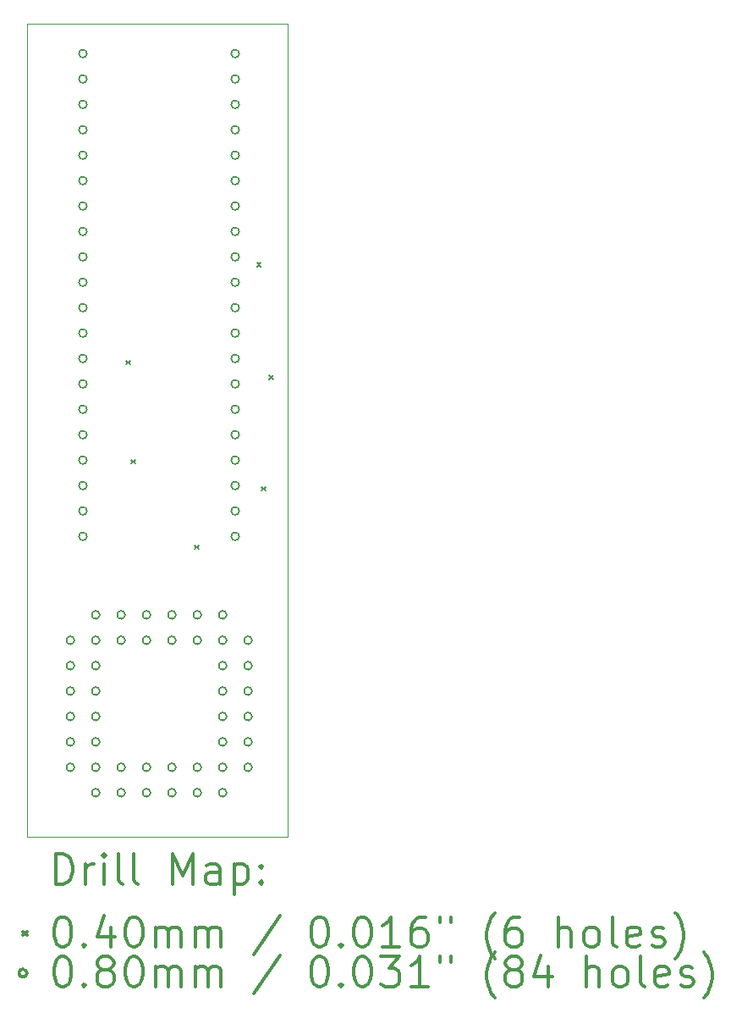
<source format=gbr>
%FSLAX45Y45*%
G04 Gerber Fmt 4.5, Leading zero omitted, Abs format (unit mm)*
G04 Created by KiCad (PCBNEW (5.1.7)-1) date 2020-11-01 14:15:27*
%MOMM*%
%LPD*%
G01*
G04 APERTURE LIST*
%TA.AperFunction,Profile*%
%ADD10C,0.050000*%
%TD*%
%ADD11C,0.200000*%
%ADD12C,0.300000*%
G04 APERTURE END LIST*
D10*
X10541000Y-16002000D02*
X7937500Y-16002000D01*
X10541000Y-7874000D02*
X10541000Y-16002000D01*
X7937500Y-7874000D02*
X10541000Y-7874000D01*
X7937500Y-16002000D02*
X7937500Y-7874000D01*
D11*
X8930140Y-11235930D02*
X8970140Y-11275930D01*
X8970140Y-11235930D02*
X8930140Y-11275930D01*
X8977140Y-12227640D02*
X9017140Y-12267640D01*
X9017140Y-12227640D02*
X8977140Y-12267640D01*
X9616810Y-13082000D02*
X9656810Y-13122000D01*
X9656810Y-13082000D02*
X9616810Y-13122000D01*
X10236320Y-10258510D02*
X10276320Y-10298510D01*
X10276320Y-10258510D02*
X10236320Y-10298510D01*
X10283940Y-12497790D02*
X10323940Y-12537790D01*
X10323940Y-12497790D02*
X10283940Y-12537790D01*
X10358040Y-11386280D02*
X10398040Y-11426280D01*
X10398040Y-11386280D02*
X10358040Y-11426280D01*
X8535400Y-8169250D02*
G75*
G03*
X8535400Y-8169250I-40000J0D01*
G01*
X8535400Y-8423250D02*
G75*
G03*
X8535400Y-8423250I-40000J0D01*
G01*
X8535400Y-8677250D02*
G75*
G03*
X8535400Y-8677250I-40000J0D01*
G01*
X8535400Y-8931250D02*
G75*
G03*
X8535400Y-8931250I-40000J0D01*
G01*
X8535400Y-9185250D02*
G75*
G03*
X8535400Y-9185250I-40000J0D01*
G01*
X8535400Y-9439250D02*
G75*
G03*
X8535400Y-9439250I-40000J0D01*
G01*
X8535400Y-9693250D02*
G75*
G03*
X8535400Y-9693250I-40000J0D01*
G01*
X8535400Y-9947250D02*
G75*
G03*
X8535400Y-9947250I-40000J0D01*
G01*
X8535400Y-10201250D02*
G75*
G03*
X8535400Y-10201250I-40000J0D01*
G01*
X8535400Y-10455250D02*
G75*
G03*
X8535400Y-10455250I-40000J0D01*
G01*
X8535400Y-10709250D02*
G75*
G03*
X8535400Y-10709250I-40000J0D01*
G01*
X8535400Y-10963250D02*
G75*
G03*
X8535400Y-10963250I-40000J0D01*
G01*
X8535400Y-11217250D02*
G75*
G03*
X8535400Y-11217250I-40000J0D01*
G01*
X8535400Y-11471250D02*
G75*
G03*
X8535400Y-11471250I-40000J0D01*
G01*
X8535400Y-11725250D02*
G75*
G03*
X8535400Y-11725250I-40000J0D01*
G01*
X8535400Y-11979250D02*
G75*
G03*
X8535400Y-11979250I-40000J0D01*
G01*
X8535400Y-12233250D02*
G75*
G03*
X8535400Y-12233250I-40000J0D01*
G01*
X8535400Y-12487250D02*
G75*
G03*
X8535400Y-12487250I-40000J0D01*
G01*
X8535400Y-12741250D02*
G75*
G03*
X8535400Y-12741250I-40000J0D01*
G01*
X8535400Y-12995250D02*
G75*
G03*
X8535400Y-12995250I-40000J0D01*
G01*
X10059400Y-8169250D02*
G75*
G03*
X10059400Y-8169250I-40000J0D01*
G01*
X10059400Y-8423250D02*
G75*
G03*
X10059400Y-8423250I-40000J0D01*
G01*
X10059400Y-8677250D02*
G75*
G03*
X10059400Y-8677250I-40000J0D01*
G01*
X10059400Y-8931250D02*
G75*
G03*
X10059400Y-8931250I-40000J0D01*
G01*
X10059400Y-9185250D02*
G75*
G03*
X10059400Y-9185250I-40000J0D01*
G01*
X10059400Y-9439250D02*
G75*
G03*
X10059400Y-9439250I-40000J0D01*
G01*
X10059400Y-9693250D02*
G75*
G03*
X10059400Y-9693250I-40000J0D01*
G01*
X10059400Y-9947250D02*
G75*
G03*
X10059400Y-9947250I-40000J0D01*
G01*
X10059400Y-10201250D02*
G75*
G03*
X10059400Y-10201250I-40000J0D01*
G01*
X10059400Y-10455250D02*
G75*
G03*
X10059400Y-10455250I-40000J0D01*
G01*
X10059400Y-10709250D02*
G75*
G03*
X10059400Y-10709250I-40000J0D01*
G01*
X10059400Y-10963250D02*
G75*
G03*
X10059400Y-10963250I-40000J0D01*
G01*
X10059400Y-11217250D02*
G75*
G03*
X10059400Y-11217250I-40000J0D01*
G01*
X10059400Y-11471250D02*
G75*
G03*
X10059400Y-11471250I-40000J0D01*
G01*
X10059400Y-11725250D02*
G75*
G03*
X10059400Y-11725250I-40000J0D01*
G01*
X10059400Y-11979250D02*
G75*
G03*
X10059400Y-11979250I-40000J0D01*
G01*
X10059400Y-12233250D02*
G75*
G03*
X10059400Y-12233250I-40000J0D01*
G01*
X10059400Y-12487250D02*
G75*
G03*
X10059400Y-12487250I-40000J0D01*
G01*
X10059400Y-12741250D02*
G75*
G03*
X10059400Y-12741250I-40000J0D01*
G01*
X10059400Y-12995250D02*
G75*
G03*
X10059400Y-12995250I-40000J0D01*
G01*
X8409300Y-14033500D02*
G75*
G03*
X8409300Y-14033500I-40000J0D01*
G01*
X8409300Y-14287500D02*
G75*
G03*
X8409300Y-14287500I-40000J0D01*
G01*
X8409300Y-14541500D02*
G75*
G03*
X8409300Y-14541500I-40000J0D01*
G01*
X8409300Y-14795500D02*
G75*
G03*
X8409300Y-14795500I-40000J0D01*
G01*
X8409300Y-15049500D02*
G75*
G03*
X8409300Y-15049500I-40000J0D01*
G01*
X8409300Y-15303500D02*
G75*
G03*
X8409300Y-15303500I-40000J0D01*
G01*
X8663300Y-13779500D02*
G75*
G03*
X8663300Y-13779500I-40000J0D01*
G01*
X8663300Y-14033500D02*
G75*
G03*
X8663300Y-14033500I-40000J0D01*
G01*
X8663300Y-14287500D02*
G75*
G03*
X8663300Y-14287500I-40000J0D01*
G01*
X8663300Y-14541500D02*
G75*
G03*
X8663300Y-14541500I-40000J0D01*
G01*
X8663300Y-14795500D02*
G75*
G03*
X8663300Y-14795500I-40000J0D01*
G01*
X8663300Y-15049500D02*
G75*
G03*
X8663300Y-15049500I-40000J0D01*
G01*
X8663300Y-15303500D02*
G75*
G03*
X8663300Y-15303500I-40000J0D01*
G01*
X8663300Y-15557500D02*
G75*
G03*
X8663300Y-15557500I-40000J0D01*
G01*
X8917300Y-13779500D02*
G75*
G03*
X8917300Y-13779500I-40000J0D01*
G01*
X8917300Y-14033500D02*
G75*
G03*
X8917300Y-14033500I-40000J0D01*
G01*
X8917300Y-15303500D02*
G75*
G03*
X8917300Y-15303500I-40000J0D01*
G01*
X8917300Y-15557500D02*
G75*
G03*
X8917300Y-15557500I-40000J0D01*
G01*
X9171300Y-13779500D02*
G75*
G03*
X9171300Y-13779500I-40000J0D01*
G01*
X9171300Y-14033500D02*
G75*
G03*
X9171300Y-14033500I-40000J0D01*
G01*
X9171300Y-15303500D02*
G75*
G03*
X9171300Y-15303500I-40000J0D01*
G01*
X9171300Y-15557500D02*
G75*
G03*
X9171300Y-15557500I-40000J0D01*
G01*
X9425300Y-13779500D02*
G75*
G03*
X9425300Y-13779500I-40000J0D01*
G01*
X9425300Y-14033500D02*
G75*
G03*
X9425300Y-14033500I-40000J0D01*
G01*
X9425300Y-15303500D02*
G75*
G03*
X9425300Y-15303500I-40000J0D01*
G01*
X9425300Y-15557500D02*
G75*
G03*
X9425300Y-15557500I-40000J0D01*
G01*
X9679300Y-13779500D02*
G75*
G03*
X9679300Y-13779500I-40000J0D01*
G01*
X9679300Y-14033500D02*
G75*
G03*
X9679300Y-14033500I-40000J0D01*
G01*
X9679300Y-15303500D02*
G75*
G03*
X9679300Y-15303500I-40000J0D01*
G01*
X9679300Y-15557500D02*
G75*
G03*
X9679300Y-15557500I-40000J0D01*
G01*
X9933300Y-13779500D02*
G75*
G03*
X9933300Y-13779500I-40000J0D01*
G01*
X9933300Y-14033500D02*
G75*
G03*
X9933300Y-14033500I-40000J0D01*
G01*
X9933300Y-14287500D02*
G75*
G03*
X9933300Y-14287500I-40000J0D01*
G01*
X9933300Y-14541500D02*
G75*
G03*
X9933300Y-14541500I-40000J0D01*
G01*
X9933300Y-14795500D02*
G75*
G03*
X9933300Y-14795500I-40000J0D01*
G01*
X9933300Y-15049500D02*
G75*
G03*
X9933300Y-15049500I-40000J0D01*
G01*
X9933300Y-15303500D02*
G75*
G03*
X9933300Y-15303500I-40000J0D01*
G01*
X9933300Y-15557500D02*
G75*
G03*
X9933300Y-15557500I-40000J0D01*
G01*
X10187300Y-14033500D02*
G75*
G03*
X10187300Y-14033500I-40000J0D01*
G01*
X10187300Y-14287500D02*
G75*
G03*
X10187300Y-14287500I-40000J0D01*
G01*
X10187300Y-14541500D02*
G75*
G03*
X10187300Y-14541500I-40000J0D01*
G01*
X10187300Y-14795500D02*
G75*
G03*
X10187300Y-14795500I-40000J0D01*
G01*
X10187300Y-15049500D02*
G75*
G03*
X10187300Y-15049500I-40000J0D01*
G01*
X10187300Y-15303500D02*
G75*
G03*
X10187300Y-15303500I-40000J0D01*
G01*
D12*
X8221428Y-16470214D02*
X8221428Y-16170214D01*
X8292857Y-16170214D01*
X8335714Y-16184500D01*
X8364286Y-16213071D01*
X8378571Y-16241643D01*
X8392857Y-16298786D01*
X8392857Y-16341643D01*
X8378571Y-16398786D01*
X8364286Y-16427357D01*
X8335714Y-16455929D01*
X8292857Y-16470214D01*
X8221428Y-16470214D01*
X8521428Y-16470214D02*
X8521428Y-16270214D01*
X8521428Y-16327357D02*
X8535714Y-16298786D01*
X8550000Y-16284500D01*
X8578571Y-16270214D01*
X8607143Y-16270214D01*
X8707143Y-16470214D02*
X8707143Y-16270214D01*
X8707143Y-16170214D02*
X8692857Y-16184500D01*
X8707143Y-16198786D01*
X8721428Y-16184500D01*
X8707143Y-16170214D01*
X8707143Y-16198786D01*
X8892857Y-16470214D02*
X8864286Y-16455929D01*
X8850000Y-16427357D01*
X8850000Y-16170214D01*
X9050000Y-16470214D02*
X9021428Y-16455929D01*
X9007143Y-16427357D01*
X9007143Y-16170214D01*
X9392857Y-16470214D02*
X9392857Y-16170214D01*
X9492857Y-16384500D01*
X9592857Y-16170214D01*
X9592857Y-16470214D01*
X9864286Y-16470214D02*
X9864286Y-16313071D01*
X9850000Y-16284500D01*
X9821428Y-16270214D01*
X9764286Y-16270214D01*
X9735714Y-16284500D01*
X9864286Y-16455929D02*
X9835714Y-16470214D01*
X9764286Y-16470214D01*
X9735714Y-16455929D01*
X9721428Y-16427357D01*
X9721428Y-16398786D01*
X9735714Y-16370214D01*
X9764286Y-16355929D01*
X9835714Y-16355929D01*
X9864286Y-16341643D01*
X10007143Y-16270214D02*
X10007143Y-16570214D01*
X10007143Y-16284500D02*
X10035714Y-16270214D01*
X10092857Y-16270214D01*
X10121428Y-16284500D01*
X10135714Y-16298786D01*
X10150000Y-16327357D01*
X10150000Y-16413071D01*
X10135714Y-16441643D01*
X10121428Y-16455929D01*
X10092857Y-16470214D01*
X10035714Y-16470214D01*
X10007143Y-16455929D01*
X10278571Y-16441643D02*
X10292857Y-16455929D01*
X10278571Y-16470214D01*
X10264286Y-16455929D01*
X10278571Y-16441643D01*
X10278571Y-16470214D01*
X10278571Y-16284500D02*
X10292857Y-16298786D01*
X10278571Y-16313071D01*
X10264286Y-16298786D01*
X10278571Y-16284500D01*
X10278571Y-16313071D01*
X7895000Y-16944500D02*
X7935000Y-16984500D01*
X7935000Y-16944500D02*
X7895000Y-16984500D01*
X8278571Y-16800214D02*
X8307143Y-16800214D01*
X8335714Y-16814500D01*
X8350000Y-16828786D01*
X8364286Y-16857357D01*
X8378571Y-16914500D01*
X8378571Y-16985929D01*
X8364286Y-17043072D01*
X8350000Y-17071643D01*
X8335714Y-17085929D01*
X8307143Y-17100214D01*
X8278571Y-17100214D01*
X8250000Y-17085929D01*
X8235714Y-17071643D01*
X8221428Y-17043072D01*
X8207143Y-16985929D01*
X8207143Y-16914500D01*
X8221428Y-16857357D01*
X8235714Y-16828786D01*
X8250000Y-16814500D01*
X8278571Y-16800214D01*
X8507143Y-17071643D02*
X8521428Y-17085929D01*
X8507143Y-17100214D01*
X8492857Y-17085929D01*
X8507143Y-17071643D01*
X8507143Y-17100214D01*
X8778571Y-16900214D02*
X8778571Y-17100214D01*
X8707143Y-16785929D02*
X8635714Y-17000214D01*
X8821428Y-17000214D01*
X8992857Y-16800214D02*
X9021428Y-16800214D01*
X9050000Y-16814500D01*
X9064286Y-16828786D01*
X9078571Y-16857357D01*
X9092857Y-16914500D01*
X9092857Y-16985929D01*
X9078571Y-17043072D01*
X9064286Y-17071643D01*
X9050000Y-17085929D01*
X9021428Y-17100214D01*
X8992857Y-17100214D01*
X8964286Y-17085929D01*
X8950000Y-17071643D01*
X8935714Y-17043072D01*
X8921428Y-16985929D01*
X8921428Y-16914500D01*
X8935714Y-16857357D01*
X8950000Y-16828786D01*
X8964286Y-16814500D01*
X8992857Y-16800214D01*
X9221428Y-17100214D02*
X9221428Y-16900214D01*
X9221428Y-16928786D02*
X9235714Y-16914500D01*
X9264286Y-16900214D01*
X9307143Y-16900214D01*
X9335714Y-16914500D01*
X9350000Y-16943072D01*
X9350000Y-17100214D01*
X9350000Y-16943072D02*
X9364286Y-16914500D01*
X9392857Y-16900214D01*
X9435714Y-16900214D01*
X9464286Y-16914500D01*
X9478571Y-16943072D01*
X9478571Y-17100214D01*
X9621428Y-17100214D02*
X9621428Y-16900214D01*
X9621428Y-16928786D02*
X9635714Y-16914500D01*
X9664286Y-16900214D01*
X9707143Y-16900214D01*
X9735714Y-16914500D01*
X9750000Y-16943072D01*
X9750000Y-17100214D01*
X9750000Y-16943072D02*
X9764286Y-16914500D01*
X9792857Y-16900214D01*
X9835714Y-16900214D01*
X9864286Y-16914500D01*
X9878571Y-16943072D01*
X9878571Y-17100214D01*
X10464286Y-16785929D02*
X10207143Y-17171643D01*
X10850000Y-16800214D02*
X10878571Y-16800214D01*
X10907143Y-16814500D01*
X10921428Y-16828786D01*
X10935714Y-16857357D01*
X10950000Y-16914500D01*
X10950000Y-16985929D01*
X10935714Y-17043072D01*
X10921428Y-17071643D01*
X10907143Y-17085929D01*
X10878571Y-17100214D01*
X10850000Y-17100214D01*
X10821428Y-17085929D01*
X10807143Y-17071643D01*
X10792857Y-17043072D01*
X10778571Y-16985929D01*
X10778571Y-16914500D01*
X10792857Y-16857357D01*
X10807143Y-16828786D01*
X10821428Y-16814500D01*
X10850000Y-16800214D01*
X11078571Y-17071643D02*
X11092857Y-17085929D01*
X11078571Y-17100214D01*
X11064286Y-17085929D01*
X11078571Y-17071643D01*
X11078571Y-17100214D01*
X11278571Y-16800214D02*
X11307143Y-16800214D01*
X11335714Y-16814500D01*
X11350000Y-16828786D01*
X11364286Y-16857357D01*
X11378571Y-16914500D01*
X11378571Y-16985929D01*
X11364286Y-17043072D01*
X11350000Y-17071643D01*
X11335714Y-17085929D01*
X11307143Y-17100214D01*
X11278571Y-17100214D01*
X11250000Y-17085929D01*
X11235714Y-17071643D01*
X11221428Y-17043072D01*
X11207143Y-16985929D01*
X11207143Y-16914500D01*
X11221428Y-16857357D01*
X11235714Y-16828786D01*
X11250000Y-16814500D01*
X11278571Y-16800214D01*
X11664286Y-17100214D02*
X11492857Y-17100214D01*
X11578571Y-17100214D02*
X11578571Y-16800214D01*
X11550000Y-16843072D01*
X11521428Y-16871643D01*
X11492857Y-16885929D01*
X11921428Y-16800214D02*
X11864286Y-16800214D01*
X11835714Y-16814500D01*
X11821428Y-16828786D01*
X11792857Y-16871643D01*
X11778571Y-16928786D01*
X11778571Y-17043072D01*
X11792857Y-17071643D01*
X11807143Y-17085929D01*
X11835714Y-17100214D01*
X11892857Y-17100214D01*
X11921428Y-17085929D01*
X11935714Y-17071643D01*
X11950000Y-17043072D01*
X11950000Y-16971643D01*
X11935714Y-16943072D01*
X11921428Y-16928786D01*
X11892857Y-16914500D01*
X11835714Y-16914500D01*
X11807143Y-16928786D01*
X11792857Y-16943072D01*
X11778571Y-16971643D01*
X12064286Y-16800214D02*
X12064286Y-16857357D01*
X12178571Y-16800214D02*
X12178571Y-16857357D01*
X12621428Y-17214500D02*
X12607143Y-17200214D01*
X12578571Y-17157357D01*
X12564286Y-17128786D01*
X12550000Y-17085929D01*
X12535714Y-17014500D01*
X12535714Y-16957357D01*
X12550000Y-16885929D01*
X12564286Y-16843072D01*
X12578571Y-16814500D01*
X12607143Y-16771643D01*
X12621428Y-16757357D01*
X12864286Y-16800214D02*
X12807143Y-16800214D01*
X12778571Y-16814500D01*
X12764286Y-16828786D01*
X12735714Y-16871643D01*
X12721428Y-16928786D01*
X12721428Y-17043072D01*
X12735714Y-17071643D01*
X12750000Y-17085929D01*
X12778571Y-17100214D01*
X12835714Y-17100214D01*
X12864286Y-17085929D01*
X12878571Y-17071643D01*
X12892857Y-17043072D01*
X12892857Y-16971643D01*
X12878571Y-16943072D01*
X12864286Y-16928786D01*
X12835714Y-16914500D01*
X12778571Y-16914500D01*
X12750000Y-16928786D01*
X12735714Y-16943072D01*
X12721428Y-16971643D01*
X13250000Y-17100214D02*
X13250000Y-16800214D01*
X13378571Y-17100214D02*
X13378571Y-16943072D01*
X13364286Y-16914500D01*
X13335714Y-16900214D01*
X13292857Y-16900214D01*
X13264286Y-16914500D01*
X13250000Y-16928786D01*
X13564286Y-17100214D02*
X13535714Y-17085929D01*
X13521428Y-17071643D01*
X13507143Y-17043072D01*
X13507143Y-16957357D01*
X13521428Y-16928786D01*
X13535714Y-16914500D01*
X13564286Y-16900214D01*
X13607143Y-16900214D01*
X13635714Y-16914500D01*
X13650000Y-16928786D01*
X13664286Y-16957357D01*
X13664286Y-17043072D01*
X13650000Y-17071643D01*
X13635714Y-17085929D01*
X13607143Y-17100214D01*
X13564286Y-17100214D01*
X13835714Y-17100214D02*
X13807143Y-17085929D01*
X13792857Y-17057357D01*
X13792857Y-16800214D01*
X14064286Y-17085929D02*
X14035714Y-17100214D01*
X13978571Y-17100214D01*
X13950000Y-17085929D01*
X13935714Y-17057357D01*
X13935714Y-16943072D01*
X13950000Y-16914500D01*
X13978571Y-16900214D01*
X14035714Y-16900214D01*
X14064286Y-16914500D01*
X14078571Y-16943072D01*
X14078571Y-16971643D01*
X13935714Y-17000214D01*
X14192857Y-17085929D02*
X14221428Y-17100214D01*
X14278571Y-17100214D01*
X14307143Y-17085929D01*
X14321428Y-17057357D01*
X14321428Y-17043072D01*
X14307143Y-17014500D01*
X14278571Y-17000214D01*
X14235714Y-17000214D01*
X14207143Y-16985929D01*
X14192857Y-16957357D01*
X14192857Y-16943072D01*
X14207143Y-16914500D01*
X14235714Y-16900214D01*
X14278571Y-16900214D01*
X14307143Y-16914500D01*
X14421428Y-17214500D02*
X14435714Y-17200214D01*
X14464286Y-17157357D01*
X14478571Y-17128786D01*
X14492857Y-17085929D01*
X14507143Y-17014500D01*
X14507143Y-16957357D01*
X14492857Y-16885929D01*
X14478571Y-16843072D01*
X14464286Y-16814500D01*
X14435714Y-16771643D01*
X14421428Y-16757357D01*
X7935000Y-17360500D02*
G75*
G03*
X7935000Y-17360500I-40000J0D01*
G01*
X8278571Y-17196214D02*
X8307143Y-17196214D01*
X8335714Y-17210500D01*
X8350000Y-17224786D01*
X8364286Y-17253357D01*
X8378571Y-17310500D01*
X8378571Y-17381929D01*
X8364286Y-17439072D01*
X8350000Y-17467643D01*
X8335714Y-17481929D01*
X8307143Y-17496214D01*
X8278571Y-17496214D01*
X8250000Y-17481929D01*
X8235714Y-17467643D01*
X8221428Y-17439072D01*
X8207143Y-17381929D01*
X8207143Y-17310500D01*
X8221428Y-17253357D01*
X8235714Y-17224786D01*
X8250000Y-17210500D01*
X8278571Y-17196214D01*
X8507143Y-17467643D02*
X8521428Y-17481929D01*
X8507143Y-17496214D01*
X8492857Y-17481929D01*
X8507143Y-17467643D01*
X8507143Y-17496214D01*
X8692857Y-17324786D02*
X8664286Y-17310500D01*
X8650000Y-17296214D01*
X8635714Y-17267643D01*
X8635714Y-17253357D01*
X8650000Y-17224786D01*
X8664286Y-17210500D01*
X8692857Y-17196214D01*
X8750000Y-17196214D01*
X8778571Y-17210500D01*
X8792857Y-17224786D01*
X8807143Y-17253357D01*
X8807143Y-17267643D01*
X8792857Y-17296214D01*
X8778571Y-17310500D01*
X8750000Y-17324786D01*
X8692857Y-17324786D01*
X8664286Y-17339072D01*
X8650000Y-17353357D01*
X8635714Y-17381929D01*
X8635714Y-17439072D01*
X8650000Y-17467643D01*
X8664286Y-17481929D01*
X8692857Y-17496214D01*
X8750000Y-17496214D01*
X8778571Y-17481929D01*
X8792857Y-17467643D01*
X8807143Y-17439072D01*
X8807143Y-17381929D01*
X8792857Y-17353357D01*
X8778571Y-17339072D01*
X8750000Y-17324786D01*
X8992857Y-17196214D02*
X9021428Y-17196214D01*
X9050000Y-17210500D01*
X9064286Y-17224786D01*
X9078571Y-17253357D01*
X9092857Y-17310500D01*
X9092857Y-17381929D01*
X9078571Y-17439072D01*
X9064286Y-17467643D01*
X9050000Y-17481929D01*
X9021428Y-17496214D01*
X8992857Y-17496214D01*
X8964286Y-17481929D01*
X8950000Y-17467643D01*
X8935714Y-17439072D01*
X8921428Y-17381929D01*
X8921428Y-17310500D01*
X8935714Y-17253357D01*
X8950000Y-17224786D01*
X8964286Y-17210500D01*
X8992857Y-17196214D01*
X9221428Y-17496214D02*
X9221428Y-17296214D01*
X9221428Y-17324786D02*
X9235714Y-17310500D01*
X9264286Y-17296214D01*
X9307143Y-17296214D01*
X9335714Y-17310500D01*
X9350000Y-17339072D01*
X9350000Y-17496214D01*
X9350000Y-17339072D02*
X9364286Y-17310500D01*
X9392857Y-17296214D01*
X9435714Y-17296214D01*
X9464286Y-17310500D01*
X9478571Y-17339072D01*
X9478571Y-17496214D01*
X9621428Y-17496214D02*
X9621428Y-17296214D01*
X9621428Y-17324786D02*
X9635714Y-17310500D01*
X9664286Y-17296214D01*
X9707143Y-17296214D01*
X9735714Y-17310500D01*
X9750000Y-17339072D01*
X9750000Y-17496214D01*
X9750000Y-17339072D02*
X9764286Y-17310500D01*
X9792857Y-17296214D01*
X9835714Y-17296214D01*
X9864286Y-17310500D01*
X9878571Y-17339072D01*
X9878571Y-17496214D01*
X10464286Y-17181929D02*
X10207143Y-17567643D01*
X10850000Y-17196214D02*
X10878571Y-17196214D01*
X10907143Y-17210500D01*
X10921428Y-17224786D01*
X10935714Y-17253357D01*
X10950000Y-17310500D01*
X10950000Y-17381929D01*
X10935714Y-17439072D01*
X10921428Y-17467643D01*
X10907143Y-17481929D01*
X10878571Y-17496214D01*
X10850000Y-17496214D01*
X10821428Y-17481929D01*
X10807143Y-17467643D01*
X10792857Y-17439072D01*
X10778571Y-17381929D01*
X10778571Y-17310500D01*
X10792857Y-17253357D01*
X10807143Y-17224786D01*
X10821428Y-17210500D01*
X10850000Y-17196214D01*
X11078571Y-17467643D02*
X11092857Y-17481929D01*
X11078571Y-17496214D01*
X11064286Y-17481929D01*
X11078571Y-17467643D01*
X11078571Y-17496214D01*
X11278571Y-17196214D02*
X11307143Y-17196214D01*
X11335714Y-17210500D01*
X11350000Y-17224786D01*
X11364286Y-17253357D01*
X11378571Y-17310500D01*
X11378571Y-17381929D01*
X11364286Y-17439072D01*
X11350000Y-17467643D01*
X11335714Y-17481929D01*
X11307143Y-17496214D01*
X11278571Y-17496214D01*
X11250000Y-17481929D01*
X11235714Y-17467643D01*
X11221428Y-17439072D01*
X11207143Y-17381929D01*
X11207143Y-17310500D01*
X11221428Y-17253357D01*
X11235714Y-17224786D01*
X11250000Y-17210500D01*
X11278571Y-17196214D01*
X11478571Y-17196214D02*
X11664286Y-17196214D01*
X11564286Y-17310500D01*
X11607143Y-17310500D01*
X11635714Y-17324786D01*
X11650000Y-17339072D01*
X11664286Y-17367643D01*
X11664286Y-17439072D01*
X11650000Y-17467643D01*
X11635714Y-17481929D01*
X11607143Y-17496214D01*
X11521428Y-17496214D01*
X11492857Y-17481929D01*
X11478571Y-17467643D01*
X11950000Y-17496214D02*
X11778571Y-17496214D01*
X11864286Y-17496214D02*
X11864286Y-17196214D01*
X11835714Y-17239072D01*
X11807143Y-17267643D01*
X11778571Y-17281929D01*
X12064286Y-17196214D02*
X12064286Y-17253357D01*
X12178571Y-17196214D02*
X12178571Y-17253357D01*
X12621428Y-17610500D02*
X12607143Y-17596214D01*
X12578571Y-17553357D01*
X12564286Y-17524786D01*
X12550000Y-17481929D01*
X12535714Y-17410500D01*
X12535714Y-17353357D01*
X12550000Y-17281929D01*
X12564286Y-17239072D01*
X12578571Y-17210500D01*
X12607143Y-17167643D01*
X12621428Y-17153357D01*
X12778571Y-17324786D02*
X12750000Y-17310500D01*
X12735714Y-17296214D01*
X12721428Y-17267643D01*
X12721428Y-17253357D01*
X12735714Y-17224786D01*
X12750000Y-17210500D01*
X12778571Y-17196214D01*
X12835714Y-17196214D01*
X12864286Y-17210500D01*
X12878571Y-17224786D01*
X12892857Y-17253357D01*
X12892857Y-17267643D01*
X12878571Y-17296214D01*
X12864286Y-17310500D01*
X12835714Y-17324786D01*
X12778571Y-17324786D01*
X12750000Y-17339072D01*
X12735714Y-17353357D01*
X12721428Y-17381929D01*
X12721428Y-17439072D01*
X12735714Y-17467643D01*
X12750000Y-17481929D01*
X12778571Y-17496214D01*
X12835714Y-17496214D01*
X12864286Y-17481929D01*
X12878571Y-17467643D01*
X12892857Y-17439072D01*
X12892857Y-17381929D01*
X12878571Y-17353357D01*
X12864286Y-17339072D01*
X12835714Y-17324786D01*
X13150000Y-17296214D02*
X13150000Y-17496214D01*
X13078571Y-17181929D02*
X13007143Y-17396214D01*
X13192857Y-17396214D01*
X13535714Y-17496214D02*
X13535714Y-17196214D01*
X13664286Y-17496214D02*
X13664286Y-17339072D01*
X13650000Y-17310500D01*
X13621428Y-17296214D01*
X13578571Y-17296214D01*
X13550000Y-17310500D01*
X13535714Y-17324786D01*
X13850000Y-17496214D02*
X13821428Y-17481929D01*
X13807143Y-17467643D01*
X13792857Y-17439072D01*
X13792857Y-17353357D01*
X13807143Y-17324786D01*
X13821428Y-17310500D01*
X13850000Y-17296214D01*
X13892857Y-17296214D01*
X13921428Y-17310500D01*
X13935714Y-17324786D01*
X13950000Y-17353357D01*
X13950000Y-17439072D01*
X13935714Y-17467643D01*
X13921428Y-17481929D01*
X13892857Y-17496214D01*
X13850000Y-17496214D01*
X14121428Y-17496214D02*
X14092857Y-17481929D01*
X14078571Y-17453357D01*
X14078571Y-17196214D01*
X14350000Y-17481929D02*
X14321428Y-17496214D01*
X14264286Y-17496214D01*
X14235714Y-17481929D01*
X14221428Y-17453357D01*
X14221428Y-17339072D01*
X14235714Y-17310500D01*
X14264286Y-17296214D01*
X14321428Y-17296214D01*
X14350000Y-17310500D01*
X14364286Y-17339072D01*
X14364286Y-17367643D01*
X14221428Y-17396214D01*
X14478571Y-17481929D02*
X14507143Y-17496214D01*
X14564286Y-17496214D01*
X14592857Y-17481929D01*
X14607143Y-17453357D01*
X14607143Y-17439072D01*
X14592857Y-17410500D01*
X14564286Y-17396214D01*
X14521428Y-17396214D01*
X14492857Y-17381929D01*
X14478571Y-17353357D01*
X14478571Y-17339072D01*
X14492857Y-17310500D01*
X14521428Y-17296214D01*
X14564286Y-17296214D01*
X14592857Y-17310500D01*
X14707143Y-17610500D02*
X14721428Y-17596214D01*
X14750000Y-17553357D01*
X14764286Y-17524786D01*
X14778571Y-17481929D01*
X14792857Y-17410500D01*
X14792857Y-17353357D01*
X14778571Y-17281929D01*
X14764286Y-17239072D01*
X14750000Y-17210500D01*
X14721428Y-17167643D01*
X14707143Y-17153357D01*
M02*

</source>
